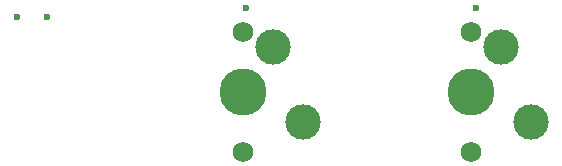
<source format=gbr>
G04 #@! TF.GenerationSoftware,KiCad,Pcbnew,8.0.6*
G04 #@! TF.CreationDate,2025-06-27T19:48:10+01:00*
G04 #@! TF.ProjectId,2x1,3278312e-6b69-4636-9164-5f7063625858,0.1*
G04 #@! TF.SameCoordinates,Original*
G04 #@! TF.FileFunction,Soldermask,Top*
G04 #@! TF.FilePolarity,Negative*
%FSLAX46Y46*%
G04 Gerber Fmt 4.6, Leading zero omitted, Abs format (unit mm)*
G04 Created by KiCad (PCBNEW 8.0.6) date 2025-06-27 19:48:10*
%MOMM*%
%LPD*%
G01*
G04 APERTURE LIST*
%ADD10C,1.750000*%
%ADD11C,3.000000*%
%ADD12C,3.987800*%
%ADD13C,0.600000*%
G04 APERTURE END LIST*
D10*
X122003942Y-58420000D03*
D11*
X124543942Y-59690000D03*
D12*
X122003942Y-63500000D03*
D11*
X127083942Y-66040000D03*
D10*
X122003942Y-68580000D03*
X102656876Y-58420000D03*
D11*
X105196876Y-59690000D03*
D12*
X102656876Y-63500000D03*
D11*
X107736876Y-66040000D03*
D10*
X102656876Y-68580000D03*
D13*
X102910000Y-56410000D03*
X83522942Y-57150000D03*
X122384942Y-56388000D03*
X86062942Y-57150000D03*
M02*

</source>
